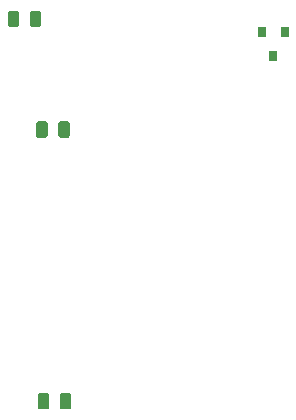
<source format=gbr>
G04 #@! TF.GenerationSoftware,KiCad,Pcbnew,(5.1.5)-3*
G04 #@! TF.CreationDate,2020-03-14T12:37:38-04:00*
G04 #@! TF.ProjectId,CB3,4342332e-6b69-4636-9164-5f7063625858,rev?*
G04 #@! TF.SameCoordinates,Original*
G04 #@! TF.FileFunction,Paste,Top*
G04 #@! TF.FilePolarity,Positive*
%FSLAX46Y46*%
G04 Gerber Fmt 4.6, Leading zero omitted, Abs format (unit mm)*
G04 Created by KiCad (PCBNEW (5.1.5)-3) date 2020-03-14 12:37:38*
%MOMM*%
%LPD*%
G04 APERTURE LIST*
%ADD10C,0.100000*%
%ADD11R,0.800000X0.900000*%
G04 APERTURE END LIST*
D10*
G36*
X106107142Y-46443574D02*
G01*
X106130803Y-46447084D01*
X106154007Y-46452896D01*
X106176529Y-46460954D01*
X106198153Y-46471182D01*
X106218670Y-46483479D01*
X106237883Y-46497729D01*
X106255607Y-46513793D01*
X106271671Y-46531517D01*
X106285921Y-46550730D01*
X106298218Y-46571247D01*
X106308446Y-46592871D01*
X106316504Y-46615393D01*
X106322316Y-46638597D01*
X106325826Y-46662258D01*
X106327000Y-46686150D01*
X106327000Y-47598650D01*
X106325826Y-47622542D01*
X106322316Y-47646203D01*
X106316504Y-47669407D01*
X106308446Y-47691929D01*
X106298218Y-47713553D01*
X106285921Y-47734070D01*
X106271671Y-47753283D01*
X106255607Y-47771007D01*
X106237883Y-47787071D01*
X106218670Y-47801321D01*
X106198153Y-47813618D01*
X106176529Y-47823846D01*
X106154007Y-47831904D01*
X106130803Y-47837716D01*
X106107142Y-47841226D01*
X106083250Y-47842400D01*
X105595750Y-47842400D01*
X105571858Y-47841226D01*
X105548197Y-47837716D01*
X105524993Y-47831904D01*
X105502471Y-47823846D01*
X105480847Y-47813618D01*
X105460330Y-47801321D01*
X105441117Y-47787071D01*
X105423393Y-47771007D01*
X105407329Y-47753283D01*
X105393079Y-47734070D01*
X105380782Y-47713553D01*
X105370554Y-47691929D01*
X105362496Y-47669407D01*
X105356684Y-47646203D01*
X105353174Y-47622542D01*
X105352000Y-47598650D01*
X105352000Y-46686150D01*
X105353174Y-46662258D01*
X105356684Y-46638597D01*
X105362496Y-46615393D01*
X105370554Y-46592871D01*
X105380782Y-46571247D01*
X105393079Y-46550730D01*
X105407329Y-46531517D01*
X105423393Y-46513793D01*
X105441117Y-46497729D01*
X105460330Y-46483479D01*
X105480847Y-46471182D01*
X105502471Y-46460954D01*
X105524993Y-46452896D01*
X105548197Y-46447084D01*
X105571858Y-46443574D01*
X105595750Y-46442400D01*
X106083250Y-46442400D01*
X106107142Y-46443574D01*
G37*
G36*
X104232142Y-46443574D02*
G01*
X104255803Y-46447084D01*
X104279007Y-46452896D01*
X104301529Y-46460954D01*
X104323153Y-46471182D01*
X104343670Y-46483479D01*
X104362883Y-46497729D01*
X104380607Y-46513793D01*
X104396671Y-46531517D01*
X104410921Y-46550730D01*
X104423218Y-46571247D01*
X104433446Y-46592871D01*
X104441504Y-46615393D01*
X104447316Y-46638597D01*
X104450826Y-46662258D01*
X104452000Y-46686150D01*
X104452000Y-47598650D01*
X104450826Y-47622542D01*
X104447316Y-47646203D01*
X104441504Y-47669407D01*
X104433446Y-47691929D01*
X104423218Y-47713553D01*
X104410921Y-47734070D01*
X104396671Y-47753283D01*
X104380607Y-47771007D01*
X104362883Y-47787071D01*
X104343670Y-47801321D01*
X104323153Y-47813618D01*
X104301529Y-47823846D01*
X104279007Y-47831904D01*
X104255803Y-47837716D01*
X104232142Y-47841226D01*
X104208250Y-47842400D01*
X103720750Y-47842400D01*
X103696858Y-47841226D01*
X103673197Y-47837716D01*
X103649993Y-47831904D01*
X103627471Y-47823846D01*
X103605847Y-47813618D01*
X103585330Y-47801321D01*
X103566117Y-47787071D01*
X103548393Y-47771007D01*
X103532329Y-47753283D01*
X103518079Y-47734070D01*
X103505782Y-47713553D01*
X103495554Y-47691929D01*
X103487496Y-47669407D01*
X103481684Y-47646203D01*
X103478174Y-47622542D01*
X103477000Y-47598650D01*
X103477000Y-46686150D01*
X103478174Y-46662258D01*
X103481684Y-46638597D01*
X103487496Y-46615393D01*
X103495554Y-46592871D01*
X103505782Y-46571247D01*
X103518079Y-46550730D01*
X103532329Y-46531517D01*
X103548393Y-46513793D01*
X103566117Y-46497729D01*
X103585330Y-46483479D01*
X103605847Y-46471182D01*
X103627471Y-46460954D01*
X103649993Y-46452896D01*
X103673197Y-46447084D01*
X103696858Y-46443574D01*
X103720750Y-46442400D01*
X104208250Y-46442400D01*
X104232142Y-46443574D01*
G37*
D11*
X125984000Y-50276000D03*
X125034000Y-48276000D03*
X126934000Y-48276000D03*
D10*
G36*
X108520142Y-55816174D02*
G01*
X108543803Y-55819684D01*
X108567007Y-55825496D01*
X108589529Y-55833554D01*
X108611153Y-55843782D01*
X108631670Y-55856079D01*
X108650883Y-55870329D01*
X108668607Y-55886393D01*
X108684671Y-55904117D01*
X108698921Y-55923330D01*
X108711218Y-55943847D01*
X108721446Y-55965471D01*
X108729504Y-55987993D01*
X108735316Y-56011197D01*
X108738826Y-56034858D01*
X108740000Y-56058750D01*
X108740000Y-56971250D01*
X108738826Y-56995142D01*
X108735316Y-57018803D01*
X108729504Y-57042007D01*
X108721446Y-57064529D01*
X108711218Y-57086153D01*
X108698921Y-57106670D01*
X108684671Y-57125883D01*
X108668607Y-57143607D01*
X108650883Y-57159671D01*
X108631670Y-57173921D01*
X108611153Y-57186218D01*
X108589529Y-57196446D01*
X108567007Y-57204504D01*
X108543803Y-57210316D01*
X108520142Y-57213826D01*
X108496250Y-57215000D01*
X108008750Y-57215000D01*
X107984858Y-57213826D01*
X107961197Y-57210316D01*
X107937993Y-57204504D01*
X107915471Y-57196446D01*
X107893847Y-57186218D01*
X107873330Y-57173921D01*
X107854117Y-57159671D01*
X107836393Y-57143607D01*
X107820329Y-57125883D01*
X107806079Y-57106670D01*
X107793782Y-57086153D01*
X107783554Y-57064529D01*
X107775496Y-57042007D01*
X107769684Y-57018803D01*
X107766174Y-56995142D01*
X107765000Y-56971250D01*
X107765000Y-56058750D01*
X107766174Y-56034858D01*
X107769684Y-56011197D01*
X107775496Y-55987993D01*
X107783554Y-55965471D01*
X107793782Y-55943847D01*
X107806079Y-55923330D01*
X107820329Y-55904117D01*
X107836393Y-55886393D01*
X107854117Y-55870329D01*
X107873330Y-55856079D01*
X107893847Y-55843782D01*
X107915471Y-55833554D01*
X107937993Y-55825496D01*
X107961197Y-55819684D01*
X107984858Y-55816174D01*
X108008750Y-55815000D01*
X108496250Y-55815000D01*
X108520142Y-55816174D01*
G37*
G36*
X106645142Y-55816174D02*
G01*
X106668803Y-55819684D01*
X106692007Y-55825496D01*
X106714529Y-55833554D01*
X106736153Y-55843782D01*
X106756670Y-55856079D01*
X106775883Y-55870329D01*
X106793607Y-55886393D01*
X106809671Y-55904117D01*
X106823921Y-55923330D01*
X106836218Y-55943847D01*
X106846446Y-55965471D01*
X106854504Y-55987993D01*
X106860316Y-56011197D01*
X106863826Y-56034858D01*
X106865000Y-56058750D01*
X106865000Y-56971250D01*
X106863826Y-56995142D01*
X106860316Y-57018803D01*
X106854504Y-57042007D01*
X106846446Y-57064529D01*
X106836218Y-57086153D01*
X106823921Y-57106670D01*
X106809671Y-57125883D01*
X106793607Y-57143607D01*
X106775883Y-57159671D01*
X106756670Y-57173921D01*
X106736153Y-57186218D01*
X106714529Y-57196446D01*
X106692007Y-57204504D01*
X106668803Y-57210316D01*
X106645142Y-57213826D01*
X106621250Y-57215000D01*
X106133750Y-57215000D01*
X106109858Y-57213826D01*
X106086197Y-57210316D01*
X106062993Y-57204504D01*
X106040471Y-57196446D01*
X106018847Y-57186218D01*
X105998330Y-57173921D01*
X105979117Y-57159671D01*
X105961393Y-57143607D01*
X105945329Y-57125883D01*
X105931079Y-57106670D01*
X105918782Y-57086153D01*
X105908554Y-57064529D01*
X105900496Y-57042007D01*
X105894684Y-57018803D01*
X105891174Y-56995142D01*
X105890000Y-56971250D01*
X105890000Y-56058750D01*
X105891174Y-56034858D01*
X105894684Y-56011197D01*
X105900496Y-55987993D01*
X105908554Y-55965471D01*
X105918782Y-55943847D01*
X105931079Y-55923330D01*
X105945329Y-55904117D01*
X105961393Y-55886393D01*
X105979117Y-55870329D01*
X105998330Y-55856079D01*
X106018847Y-55843782D01*
X106040471Y-55833554D01*
X106062993Y-55825496D01*
X106086197Y-55819684D01*
X106109858Y-55816174D01*
X106133750Y-55815000D01*
X106621250Y-55815000D01*
X106645142Y-55816174D01*
G37*
G36*
X108647142Y-78803174D02*
G01*
X108670803Y-78806684D01*
X108694007Y-78812496D01*
X108716529Y-78820554D01*
X108738153Y-78830782D01*
X108758670Y-78843079D01*
X108777883Y-78857329D01*
X108795607Y-78873393D01*
X108811671Y-78891117D01*
X108825921Y-78910330D01*
X108838218Y-78930847D01*
X108848446Y-78952471D01*
X108856504Y-78974993D01*
X108862316Y-78998197D01*
X108865826Y-79021858D01*
X108867000Y-79045750D01*
X108867000Y-79958250D01*
X108865826Y-79982142D01*
X108862316Y-80005803D01*
X108856504Y-80029007D01*
X108848446Y-80051529D01*
X108838218Y-80073153D01*
X108825921Y-80093670D01*
X108811671Y-80112883D01*
X108795607Y-80130607D01*
X108777883Y-80146671D01*
X108758670Y-80160921D01*
X108738153Y-80173218D01*
X108716529Y-80183446D01*
X108694007Y-80191504D01*
X108670803Y-80197316D01*
X108647142Y-80200826D01*
X108623250Y-80202000D01*
X108135750Y-80202000D01*
X108111858Y-80200826D01*
X108088197Y-80197316D01*
X108064993Y-80191504D01*
X108042471Y-80183446D01*
X108020847Y-80173218D01*
X108000330Y-80160921D01*
X107981117Y-80146671D01*
X107963393Y-80130607D01*
X107947329Y-80112883D01*
X107933079Y-80093670D01*
X107920782Y-80073153D01*
X107910554Y-80051529D01*
X107902496Y-80029007D01*
X107896684Y-80005803D01*
X107893174Y-79982142D01*
X107892000Y-79958250D01*
X107892000Y-79045750D01*
X107893174Y-79021858D01*
X107896684Y-78998197D01*
X107902496Y-78974993D01*
X107910554Y-78952471D01*
X107920782Y-78930847D01*
X107933079Y-78910330D01*
X107947329Y-78891117D01*
X107963393Y-78873393D01*
X107981117Y-78857329D01*
X108000330Y-78843079D01*
X108020847Y-78830782D01*
X108042471Y-78820554D01*
X108064993Y-78812496D01*
X108088197Y-78806684D01*
X108111858Y-78803174D01*
X108135750Y-78802000D01*
X108623250Y-78802000D01*
X108647142Y-78803174D01*
G37*
G36*
X106772142Y-78803174D02*
G01*
X106795803Y-78806684D01*
X106819007Y-78812496D01*
X106841529Y-78820554D01*
X106863153Y-78830782D01*
X106883670Y-78843079D01*
X106902883Y-78857329D01*
X106920607Y-78873393D01*
X106936671Y-78891117D01*
X106950921Y-78910330D01*
X106963218Y-78930847D01*
X106973446Y-78952471D01*
X106981504Y-78974993D01*
X106987316Y-78998197D01*
X106990826Y-79021858D01*
X106992000Y-79045750D01*
X106992000Y-79958250D01*
X106990826Y-79982142D01*
X106987316Y-80005803D01*
X106981504Y-80029007D01*
X106973446Y-80051529D01*
X106963218Y-80073153D01*
X106950921Y-80093670D01*
X106936671Y-80112883D01*
X106920607Y-80130607D01*
X106902883Y-80146671D01*
X106883670Y-80160921D01*
X106863153Y-80173218D01*
X106841529Y-80183446D01*
X106819007Y-80191504D01*
X106795803Y-80197316D01*
X106772142Y-80200826D01*
X106748250Y-80202000D01*
X106260750Y-80202000D01*
X106236858Y-80200826D01*
X106213197Y-80197316D01*
X106189993Y-80191504D01*
X106167471Y-80183446D01*
X106145847Y-80173218D01*
X106125330Y-80160921D01*
X106106117Y-80146671D01*
X106088393Y-80130607D01*
X106072329Y-80112883D01*
X106058079Y-80093670D01*
X106045782Y-80073153D01*
X106035554Y-80051529D01*
X106027496Y-80029007D01*
X106021684Y-80005803D01*
X106018174Y-79982142D01*
X106017000Y-79958250D01*
X106017000Y-79045750D01*
X106018174Y-79021858D01*
X106021684Y-78998197D01*
X106027496Y-78974993D01*
X106035554Y-78952471D01*
X106045782Y-78930847D01*
X106058079Y-78910330D01*
X106072329Y-78891117D01*
X106088393Y-78873393D01*
X106106117Y-78857329D01*
X106125330Y-78843079D01*
X106145847Y-78830782D01*
X106167471Y-78820554D01*
X106189993Y-78812496D01*
X106213197Y-78806684D01*
X106236858Y-78803174D01*
X106260750Y-78802000D01*
X106748250Y-78802000D01*
X106772142Y-78803174D01*
G37*
M02*

</source>
